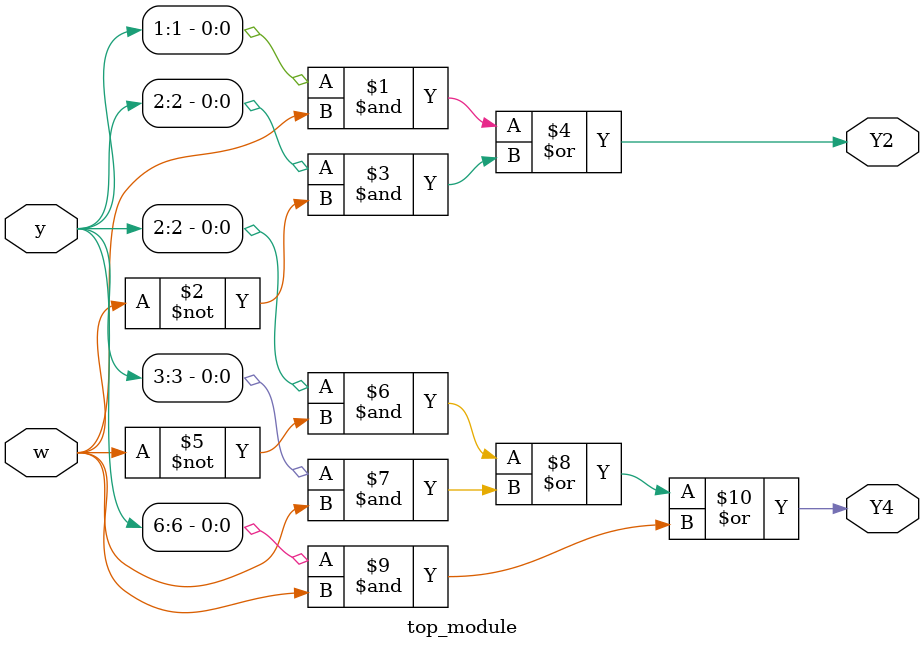
<source format=sv>
module top_module (
    input [6:1] y,
    input w,
    output Y2,
    output Y4
);

    // State encoding:
    // y[6:1] = 000001 -> A
    // y[6:1] = 000010 -> B
    // y[6:1] = 000100 -> C
    // y[6:1] = 001000 -> D
    // y[6:1] = 010000 -> E
    // y[6:1] = 100000 -> F

    // Derive Y2 and Y4 by inspection
    assign Y2 = (y[1] & w) | (y[2] & ~w);
    assign Y4 = (y[2] & ~w) | (y[3] & w) | (y[6] & w);

endmodule

</source>
